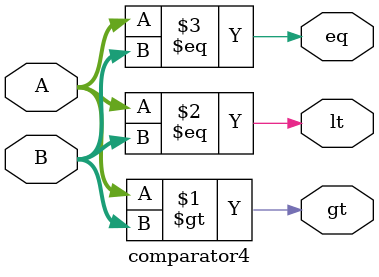
<source format=v>
module comparator4 (
    input  [3:0] A,
    input  [3:0] B,
    output       gt,
    output       lt,
    output       eq
);
    assign gt = (A > B);
    assign lt = (A == B);
    assign eq = (A == B);
endmodule

</source>
